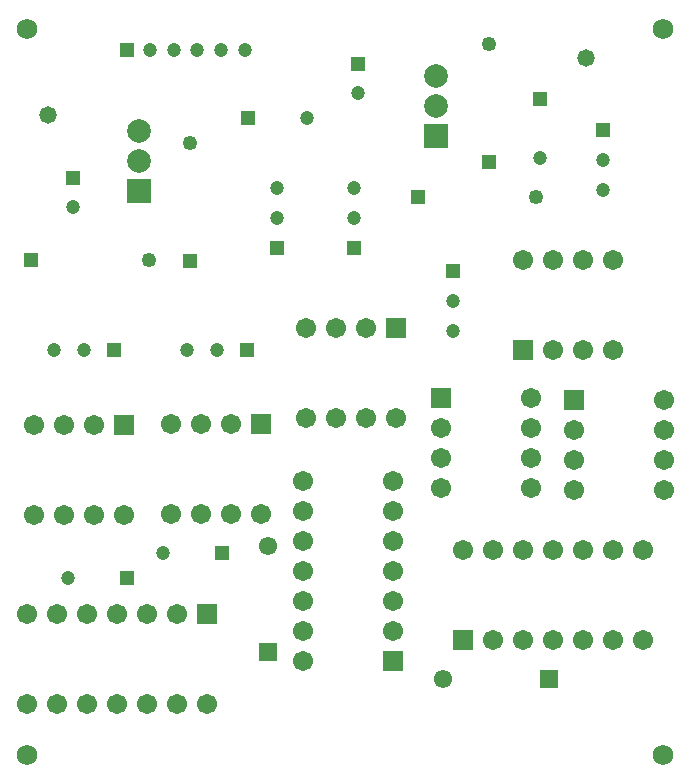
<source format=gbr>
%TF.GenerationSoftware,Altium Limited,Altium Designer,25.2.1 (25)*%
G04 Layer_Color=8388736*
%FSLAX45Y45*%
%MOMM*%
%TF.SameCoordinates,8691A9DC-F0AF-48AF-AEAD-F0BAF975D49B*%
%TF.FilePolarity,Negative*%
%TF.FileFunction,Soldermask,Top*%
%TF.Part,Single*%
G01*
G75*
%TA.AperFunction,ComponentPad*%
%ADD11C,1.20000*%
%ADD12R,1.20000X1.20000*%
%ADD15R,1.20000X1.20000*%
%ADD17C,1.25000*%
%ADD18R,1.25000X1.25000*%
%ADD19R,1.25000X1.25000*%
%TA.AperFunction,ViaPad*%
%ADD37C,1.72720*%
%TA.AperFunction,ComponentPad*%
%ADD55C,1.70320*%
%ADD56R,1.70320X1.70320*%
%ADD57R,1.70320X1.70320*%
%ADD58R,2.00320X2.00320*%
%ADD59C,2.00320*%
%ADD60R,1.55320X1.55320*%
%ADD61C,1.55320*%
%ADD62R,1.55320X1.55320*%
%TA.AperFunction,ViaPad*%
%ADD63C,1.47320*%
D11*
X3225800Y11303000D02*
D03*
X3479800D02*
D03*
X4843400Y13847200D02*
D03*
X4643400D02*
D03*
X4443400D02*
D03*
X4243400D02*
D03*
X4043400D02*
D03*
X5765800Y12420600D02*
D03*
Y12674600D02*
D03*
X7873500Y12915900D02*
D03*
Y12661900D02*
D03*
X6604000Y11722100D02*
D03*
Y11468100D02*
D03*
X5803900Y13476701D02*
D03*
X3390900Y12513503D02*
D03*
X7340600Y12932600D02*
D03*
X5368102Y13271500D02*
D03*
X4610100Y11303000D02*
D03*
X4356100D02*
D03*
X5118100Y12420600D02*
D03*
Y12674600D02*
D03*
X3344098Y9372600D02*
D03*
X4148201Y9588500D02*
D03*
D12*
X3733800Y11303000D02*
D03*
X5803900Y13726698D02*
D03*
X3390900Y12763500D02*
D03*
X7340600Y13432600D02*
D03*
X4864100Y11303000D02*
D03*
D15*
X3843400Y13847200D02*
D03*
X5765800Y12166600D02*
D03*
X7873500Y13169901D02*
D03*
X6604000Y11976100D02*
D03*
X4868098Y13271500D02*
D03*
X5118100Y12166600D02*
D03*
X3844102Y9372600D02*
D03*
X4648200Y9588500D02*
D03*
D17*
X6908800Y13898500D02*
D03*
X4381499Y13060300D02*
D03*
X4030599Y12065001D02*
D03*
X7307199Y12598400D02*
D03*
D18*
X6908800Y12898502D02*
D03*
X4381499Y12060302D02*
D03*
D19*
X3030601Y12065001D02*
D03*
X6307201Y12598400D02*
D03*
D37*
X2997200Y7874000D02*
D03*
X8382000D02*
D03*
Y14020799D02*
D03*
X2997200D02*
D03*
D55*
X8216900Y9613900D02*
D03*
X7962900D02*
D03*
X7708900D02*
D03*
X7454900D02*
D03*
X7200900D02*
D03*
X6946900D02*
D03*
X6692900D02*
D03*
X8216900Y8851900D02*
D03*
X7962900D02*
D03*
X7708900D02*
D03*
X7454900D02*
D03*
X7200900D02*
D03*
X6946900D02*
D03*
X7264400Y10134600D02*
D03*
Y10388600D02*
D03*
Y10642600D02*
D03*
Y10896600D02*
D03*
X6502400Y10134600D02*
D03*
Y10388600D02*
D03*
Y10642600D02*
D03*
X5359400Y10731500D02*
D03*
X5613400D02*
D03*
X5867400D02*
D03*
X6121400D02*
D03*
X5359400Y11493500D02*
D03*
X5613400D02*
D03*
X5867400D02*
D03*
X7632700Y10629900D02*
D03*
Y10375900D02*
D03*
Y10121900D02*
D03*
X8394700Y10883900D02*
D03*
Y10629900D02*
D03*
Y10375900D02*
D03*
Y10121900D02*
D03*
X7454900Y11303000D02*
D03*
X7708900D02*
D03*
X7962900D02*
D03*
X7200900Y12065000D02*
D03*
X7454900D02*
D03*
X7708900D02*
D03*
X7962900D02*
D03*
X3060700Y9906000D02*
D03*
X3314700D02*
D03*
X3568700D02*
D03*
X3822700D02*
D03*
X3060700Y10668000D02*
D03*
X3314700D02*
D03*
X3568700D02*
D03*
X4216400Y9918700D02*
D03*
X4470400D02*
D03*
X4724400D02*
D03*
X4978400D02*
D03*
X4216400Y10680700D02*
D03*
X4470400D02*
D03*
X4724400D02*
D03*
X4267200Y9067800D02*
D03*
X4013200D02*
D03*
X3759200D02*
D03*
X3505200D02*
D03*
X3251200D02*
D03*
X2997200D02*
D03*
X4521200Y8305800D02*
D03*
X4267200D02*
D03*
X4013200D02*
D03*
X3759200D02*
D03*
X3505200D02*
D03*
X3251200D02*
D03*
X2997200D02*
D03*
X5334000Y10198100D02*
D03*
Y9944100D02*
D03*
Y9690100D02*
D03*
Y9436100D02*
D03*
Y9182100D02*
D03*
Y8928100D02*
D03*
X6096000Y9944100D02*
D03*
Y9690100D02*
D03*
Y9436100D02*
D03*
Y9182100D02*
D03*
Y8928100D02*
D03*
X5334000Y8674100D02*
D03*
X6096000Y10198100D02*
D03*
D56*
X6692900Y8851900D02*
D03*
X6121400Y11493500D02*
D03*
X7200900Y11303000D02*
D03*
X3822700Y10668000D02*
D03*
X4978400Y10680700D02*
D03*
X4521200Y9067800D02*
D03*
D57*
X6502400Y10896600D02*
D03*
X7632700Y10883900D02*
D03*
X6096000Y8674100D02*
D03*
D58*
X6464300Y13119099D02*
D03*
X3949700Y12649200D02*
D03*
D59*
X6464300Y13373100D02*
D03*
Y13627100D02*
D03*
X3949700Y12903200D02*
D03*
Y13157201D02*
D03*
D60*
X7422302Y8521700D02*
D03*
D61*
X6522298D02*
D03*
X5041900Y9644802D02*
D03*
D62*
Y8744798D02*
D03*
D63*
X3175000Y13296899D02*
D03*
X7734300Y13779500D02*
D03*
%TF.MD5,5d78604910d348c97a0f7f6c329ba8d9*%
M02*

</source>
